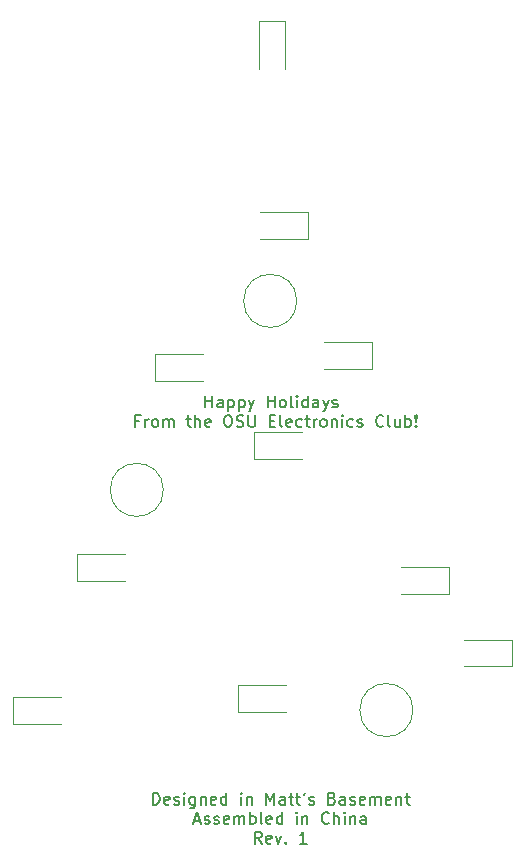
<source format=gbr>
%TF.GenerationSoftware,KiCad,Pcbnew,(5.1.10)-1*%
%TF.CreationDate,2021-11-13T13:30:36-05:00*%
%TF.ProjectId,Electronics Club,456c6563-7472-46f6-9e69-637320436c75,rev?*%
%TF.SameCoordinates,Original*%
%TF.FileFunction,Legend,Top*%
%TF.FilePolarity,Positive*%
%FSLAX46Y46*%
G04 Gerber Fmt 4.6, Leading zero omitted, Abs format (unit mm)*
G04 Created by KiCad (PCBNEW (5.1.10)-1) date 2021-11-13 13:30:36*
%MOMM*%
%LPD*%
G01*
G04 APERTURE LIST*
%ADD10C,0.150000*%
%ADD11C,0.120000*%
G04 APERTURE END LIST*
D10*
X171867276Y-121992380D02*
X171867276Y-120992380D01*
X172105371Y-120992380D01*
X172248228Y-121040000D01*
X172343466Y-121135238D01*
X172391085Y-121230476D01*
X172438704Y-121420952D01*
X172438704Y-121563809D01*
X172391085Y-121754285D01*
X172343466Y-121849523D01*
X172248228Y-121944761D01*
X172105371Y-121992380D01*
X171867276Y-121992380D01*
X173248228Y-121944761D02*
X173152990Y-121992380D01*
X172962514Y-121992380D01*
X172867276Y-121944761D01*
X172819657Y-121849523D01*
X172819657Y-121468571D01*
X172867276Y-121373333D01*
X172962514Y-121325714D01*
X173152990Y-121325714D01*
X173248228Y-121373333D01*
X173295847Y-121468571D01*
X173295847Y-121563809D01*
X172819657Y-121659047D01*
X173676800Y-121944761D02*
X173772038Y-121992380D01*
X173962514Y-121992380D01*
X174057752Y-121944761D01*
X174105371Y-121849523D01*
X174105371Y-121801904D01*
X174057752Y-121706666D01*
X173962514Y-121659047D01*
X173819657Y-121659047D01*
X173724419Y-121611428D01*
X173676800Y-121516190D01*
X173676800Y-121468571D01*
X173724419Y-121373333D01*
X173819657Y-121325714D01*
X173962514Y-121325714D01*
X174057752Y-121373333D01*
X174533942Y-121992380D02*
X174533942Y-121325714D01*
X174533942Y-120992380D02*
X174486323Y-121040000D01*
X174533942Y-121087619D01*
X174581561Y-121040000D01*
X174533942Y-120992380D01*
X174533942Y-121087619D01*
X175438704Y-121325714D02*
X175438704Y-122135238D01*
X175391085Y-122230476D01*
X175343466Y-122278095D01*
X175248228Y-122325714D01*
X175105371Y-122325714D01*
X175010133Y-122278095D01*
X175438704Y-121944761D02*
X175343466Y-121992380D01*
X175152990Y-121992380D01*
X175057752Y-121944761D01*
X175010133Y-121897142D01*
X174962514Y-121801904D01*
X174962514Y-121516190D01*
X175010133Y-121420952D01*
X175057752Y-121373333D01*
X175152990Y-121325714D01*
X175343466Y-121325714D01*
X175438704Y-121373333D01*
X175914895Y-121325714D02*
X175914895Y-121992380D01*
X175914895Y-121420952D02*
X175962514Y-121373333D01*
X176057752Y-121325714D01*
X176200609Y-121325714D01*
X176295847Y-121373333D01*
X176343466Y-121468571D01*
X176343466Y-121992380D01*
X177200609Y-121944761D02*
X177105371Y-121992380D01*
X176914895Y-121992380D01*
X176819657Y-121944761D01*
X176772038Y-121849523D01*
X176772038Y-121468571D01*
X176819657Y-121373333D01*
X176914895Y-121325714D01*
X177105371Y-121325714D01*
X177200609Y-121373333D01*
X177248228Y-121468571D01*
X177248228Y-121563809D01*
X176772038Y-121659047D01*
X178105371Y-121992380D02*
X178105371Y-120992380D01*
X178105371Y-121944761D02*
X178010133Y-121992380D01*
X177819657Y-121992380D01*
X177724419Y-121944761D01*
X177676800Y-121897142D01*
X177629180Y-121801904D01*
X177629180Y-121516190D01*
X177676800Y-121420952D01*
X177724419Y-121373333D01*
X177819657Y-121325714D01*
X178010133Y-121325714D01*
X178105371Y-121373333D01*
X179343466Y-121992380D02*
X179343466Y-121325714D01*
X179343466Y-120992380D02*
X179295847Y-121040000D01*
X179343466Y-121087619D01*
X179391085Y-121040000D01*
X179343466Y-120992380D01*
X179343466Y-121087619D01*
X179819657Y-121325714D02*
X179819657Y-121992380D01*
X179819657Y-121420952D02*
X179867276Y-121373333D01*
X179962514Y-121325714D01*
X180105371Y-121325714D01*
X180200609Y-121373333D01*
X180248228Y-121468571D01*
X180248228Y-121992380D01*
X181486323Y-121992380D02*
X181486323Y-120992380D01*
X181819657Y-121706666D01*
X182152990Y-120992380D01*
X182152990Y-121992380D01*
X183057752Y-121992380D02*
X183057752Y-121468571D01*
X183010133Y-121373333D01*
X182914895Y-121325714D01*
X182724419Y-121325714D01*
X182629180Y-121373333D01*
X183057752Y-121944761D02*
X182962514Y-121992380D01*
X182724419Y-121992380D01*
X182629180Y-121944761D01*
X182581561Y-121849523D01*
X182581561Y-121754285D01*
X182629180Y-121659047D01*
X182724419Y-121611428D01*
X182962514Y-121611428D01*
X183057752Y-121563809D01*
X183391085Y-121325714D02*
X183772038Y-121325714D01*
X183533942Y-120992380D02*
X183533942Y-121849523D01*
X183581561Y-121944761D01*
X183676800Y-121992380D01*
X183772038Y-121992380D01*
X183962514Y-121325714D02*
X184343466Y-121325714D01*
X184105371Y-120992380D02*
X184105371Y-121849523D01*
X184152990Y-121944761D01*
X184248228Y-121992380D01*
X184343466Y-121992380D01*
X184724419Y-120992380D02*
X184629180Y-121182857D01*
X185105371Y-121944761D02*
X185200609Y-121992380D01*
X185391085Y-121992380D01*
X185486323Y-121944761D01*
X185533942Y-121849523D01*
X185533942Y-121801904D01*
X185486323Y-121706666D01*
X185391085Y-121659047D01*
X185248228Y-121659047D01*
X185152990Y-121611428D01*
X185105371Y-121516190D01*
X185105371Y-121468571D01*
X185152990Y-121373333D01*
X185248228Y-121325714D01*
X185391085Y-121325714D01*
X185486323Y-121373333D01*
X187057752Y-121468571D02*
X187200609Y-121516190D01*
X187248228Y-121563809D01*
X187295847Y-121659047D01*
X187295847Y-121801904D01*
X187248228Y-121897142D01*
X187200609Y-121944761D01*
X187105371Y-121992380D01*
X186724419Y-121992380D01*
X186724419Y-120992380D01*
X187057752Y-120992380D01*
X187152990Y-121040000D01*
X187200609Y-121087619D01*
X187248228Y-121182857D01*
X187248228Y-121278095D01*
X187200609Y-121373333D01*
X187152990Y-121420952D01*
X187057752Y-121468571D01*
X186724419Y-121468571D01*
X188152990Y-121992380D02*
X188152990Y-121468571D01*
X188105371Y-121373333D01*
X188010133Y-121325714D01*
X187819657Y-121325714D01*
X187724419Y-121373333D01*
X188152990Y-121944761D02*
X188057752Y-121992380D01*
X187819657Y-121992380D01*
X187724419Y-121944761D01*
X187676800Y-121849523D01*
X187676800Y-121754285D01*
X187724419Y-121659047D01*
X187819657Y-121611428D01*
X188057752Y-121611428D01*
X188152990Y-121563809D01*
X188581561Y-121944761D02*
X188676800Y-121992380D01*
X188867276Y-121992380D01*
X188962514Y-121944761D01*
X189010133Y-121849523D01*
X189010133Y-121801904D01*
X188962514Y-121706666D01*
X188867276Y-121659047D01*
X188724419Y-121659047D01*
X188629180Y-121611428D01*
X188581561Y-121516190D01*
X188581561Y-121468571D01*
X188629180Y-121373333D01*
X188724419Y-121325714D01*
X188867276Y-121325714D01*
X188962514Y-121373333D01*
X189819657Y-121944761D02*
X189724419Y-121992380D01*
X189533942Y-121992380D01*
X189438704Y-121944761D01*
X189391085Y-121849523D01*
X189391085Y-121468571D01*
X189438704Y-121373333D01*
X189533942Y-121325714D01*
X189724419Y-121325714D01*
X189819657Y-121373333D01*
X189867276Y-121468571D01*
X189867276Y-121563809D01*
X189391085Y-121659047D01*
X190295847Y-121992380D02*
X190295847Y-121325714D01*
X190295847Y-121420952D02*
X190343466Y-121373333D01*
X190438704Y-121325714D01*
X190581561Y-121325714D01*
X190676800Y-121373333D01*
X190724419Y-121468571D01*
X190724419Y-121992380D01*
X190724419Y-121468571D02*
X190772038Y-121373333D01*
X190867276Y-121325714D01*
X191010133Y-121325714D01*
X191105371Y-121373333D01*
X191152990Y-121468571D01*
X191152990Y-121992380D01*
X192010133Y-121944761D02*
X191914895Y-121992380D01*
X191724419Y-121992380D01*
X191629180Y-121944761D01*
X191581561Y-121849523D01*
X191581561Y-121468571D01*
X191629180Y-121373333D01*
X191724419Y-121325714D01*
X191914895Y-121325714D01*
X192010133Y-121373333D01*
X192057752Y-121468571D01*
X192057752Y-121563809D01*
X191581561Y-121659047D01*
X192486323Y-121325714D02*
X192486323Y-121992380D01*
X192486323Y-121420952D02*
X192533942Y-121373333D01*
X192629180Y-121325714D01*
X192772038Y-121325714D01*
X192867276Y-121373333D01*
X192914895Y-121468571D01*
X192914895Y-121992380D01*
X193248228Y-121325714D02*
X193629180Y-121325714D01*
X193391085Y-120992380D02*
X193391085Y-121849523D01*
X193438704Y-121944761D01*
X193533942Y-121992380D01*
X193629180Y-121992380D01*
X175391085Y-123356666D02*
X175867276Y-123356666D01*
X175295847Y-123642380D02*
X175629180Y-122642380D01*
X175962514Y-123642380D01*
X176248228Y-123594761D02*
X176343466Y-123642380D01*
X176533942Y-123642380D01*
X176629180Y-123594761D01*
X176676800Y-123499523D01*
X176676800Y-123451904D01*
X176629180Y-123356666D01*
X176533942Y-123309047D01*
X176391085Y-123309047D01*
X176295847Y-123261428D01*
X176248228Y-123166190D01*
X176248228Y-123118571D01*
X176295847Y-123023333D01*
X176391085Y-122975714D01*
X176533942Y-122975714D01*
X176629180Y-123023333D01*
X177057752Y-123594761D02*
X177152990Y-123642380D01*
X177343466Y-123642380D01*
X177438704Y-123594761D01*
X177486323Y-123499523D01*
X177486323Y-123451904D01*
X177438704Y-123356666D01*
X177343466Y-123309047D01*
X177200609Y-123309047D01*
X177105371Y-123261428D01*
X177057752Y-123166190D01*
X177057752Y-123118571D01*
X177105371Y-123023333D01*
X177200609Y-122975714D01*
X177343466Y-122975714D01*
X177438704Y-123023333D01*
X178295847Y-123594761D02*
X178200609Y-123642380D01*
X178010133Y-123642380D01*
X177914895Y-123594761D01*
X177867276Y-123499523D01*
X177867276Y-123118571D01*
X177914895Y-123023333D01*
X178010133Y-122975714D01*
X178200609Y-122975714D01*
X178295847Y-123023333D01*
X178343466Y-123118571D01*
X178343466Y-123213809D01*
X177867276Y-123309047D01*
X178772038Y-123642380D02*
X178772038Y-122975714D01*
X178772038Y-123070952D02*
X178819657Y-123023333D01*
X178914895Y-122975714D01*
X179057752Y-122975714D01*
X179152990Y-123023333D01*
X179200609Y-123118571D01*
X179200609Y-123642380D01*
X179200609Y-123118571D02*
X179248228Y-123023333D01*
X179343466Y-122975714D01*
X179486323Y-122975714D01*
X179581561Y-123023333D01*
X179629180Y-123118571D01*
X179629180Y-123642380D01*
X180105371Y-123642380D02*
X180105371Y-122642380D01*
X180105371Y-123023333D02*
X180200609Y-122975714D01*
X180391085Y-122975714D01*
X180486323Y-123023333D01*
X180533942Y-123070952D01*
X180581561Y-123166190D01*
X180581561Y-123451904D01*
X180533942Y-123547142D01*
X180486323Y-123594761D01*
X180391085Y-123642380D01*
X180200609Y-123642380D01*
X180105371Y-123594761D01*
X181152990Y-123642380D02*
X181057752Y-123594761D01*
X181010133Y-123499523D01*
X181010133Y-122642380D01*
X181914895Y-123594761D02*
X181819657Y-123642380D01*
X181629180Y-123642380D01*
X181533942Y-123594761D01*
X181486323Y-123499523D01*
X181486323Y-123118571D01*
X181533942Y-123023333D01*
X181629180Y-122975714D01*
X181819657Y-122975714D01*
X181914895Y-123023333D01*
X181962514Y-123118571D01*
X181962514Y-123213809D01*
X181486323Y-123309047D01*
X182819657Y-123642380D02*
X182819657Y-122642380D01*
X182819657Y-123594761D02*
X182724419Y-123642380D01*
X182533942Y-123642380D01*
X182438704Y-123594761D01*
X182391085Y-123547142D01*
X182343466Y-123451904D01*
X182343466Y-123166190D01*
X182391085Y-123070952D01*
X182438704Y-123023333D01*
X182533942Y-122975714D01*
X182724419Y-122975714D01*
X182819657Y-123023333D01*
X184057752Y-123642380D02*
X184057752Y-122975714D01*
X184057752Y-122642380D02*
X184010133Y-122690000D01*
X184057752Y-122737619D01*
X184105371Y-122690000D01*
X184057752Y-122642380D01*
X184057752Y-122737619D01*
X184533942Y-122975714D02*
X184533942Y-123642380D01*
X184533942Y-123070952D02*
X184581561Y-123023333D01*
X184676800Y-122975714D01*
X184819657Y-122975714D01*
X184914895Y-123023333D01*
X184962514Y-123118571D01*
X184962514Y-123642380D01*
X186772038Y-123547142D02*
X186724419Y-123594761D01*
X186581561Y-123642380D01*
X186486323Y-123642380D01*
X186343466Y-123594761D01*
X186248228Y-123499523D01*
X186200609Y-123404285D01*
X186152990Y-123213809D01*
X186152990Y-123070952D01*
X186200609Y-122880476D01*
X186248228Y-122785238D01*
X186343466Y-122690000D01*
X186486323Y-122642380D01*
X186581561Y-122642380D01*
X186724419Y-122690000D01*
X186772038Y-122737619D01*
X187200609Y-123642380D02*
X187200609Y-122642380D01*
X187629180Y-123642380D02*
X187629180Y-123118571D01*
X187581561Y-123023333D01*
X187486323Y-122975714D01*
X187343466Y-122975714D01*
X187248228Y-123023333D01*
X187200609Y-123070952D01*
X188105371Y-123642380D02*
X188105371Y-122975714D01*
X188105371Y-122642380D02*
X188057752Y-122690000D01*
X188105371Y-122737619D01*
X188152990Y-122690000D01*
X188105371Y-122642380D01*
X188105371Y-122737619D01*
X188581561Y-122975714D02*
X188581561Y-123642380D01*
X188581561Y-123070952D02*
X188629180Y-123023333D01*
X188724419Y-122975714D01*
X188867276Y-122975714D01*
X188962514Y-123023333D01*
X189010133Y-123118571D01*
X189010133Y-123642380D01*
X189914895Y-123642380D02*
X189914895Y-123118571D01*
X189867276Y-123023333D01*
X189772038Y-122975714D01*
X189581561Y-122975714D01*
X189486323Y-123023333D01*
X189914895Y-123594761D02*
X189819657Y-123642380D01*
X189581561Y-123642380D01*
X189486323Y-123594761D01*
X189438704Y-123499523D01*
X189438704Y-123404285D01*
X189486323Y-123309047D01*
X189581561Y-123261428D01*
X189819657Y-123261428D01*
X189914895Y-123213809D01*
X181081561Y-125292380D02*
X180748228Y-124816190D01*
X180510133Y-125292380D02*
X180510133Y-124292380D01*
X180891085Y-124292380D01*
X180986323Y-124340000D01*
X181033942Y-124387619D01*
X181081561Y-124482857D01*
X181081561Y-124625714D01*
X181033942Y-124720952D01*
X180986323Y-124768571D01*
X180891085Y-124816190D01*
X180510133Y-124816190D01*
X181891085Y-125244761D02*
X181795847Y-125292380D01*
X181605371Y-125292380D01*
X181510133Y-125244761D01*
X181462514Y-125149523D01*
X181462514Y-124768571D01*
X181510133Y-124673333D01*
X181605371Y-124625714D01*
X181795847Y-124625714D01*
X181891085Y-124673333D01*
X181938704Y-124768571D01*
X181938704Y-124863809D01*
X181462514Y-124959047D01*
X182272038Y-124625714D02*
X182510133Y-125292380D01*
X182748228Y-124625714D01*
X183129180Y-125197142D02*
X183176800Y-125244761D01*
X183129180Y-125292380D01*
X183081561Y-125244761D01*
X183129180Y-125197142D01*
X183129180Y-125292380D01*
X184891085Y-125292380D02*
X184319657Y-125292380D01*
X184605371Y-125292380D02*
X184605371Y-124292380D01*
X184510133Y-124435238D01*
X184414895Y-124530476D01*
X184319657Y-124578095D01*
X176318019Y-88374980D02*
X176318019Y-87374980D01*
X176318019Y-87851171D02*
X176889447Y-87851171D01*
X176889447Y-88374980D02*
X176889447Y-87374980D01*
X177794209Y-88374980D02*
X177794209Y-87851171D01*
X177746590Y-87755933D01*
X177651352Y-87708314D01*
X177460876Y-87708314D01*
X177365638Y-87755933D01*
X177794209Y-88327361D02*
X177698971Y-88374980D01*
X177460876Y-88374980D01*
X177365638Y-88327361D01*
X177318019Y-88232123D01*
X177318019Y-88136885D01*
X177365638Y-88041647D01*
X177460876Y-87994028D01*
X177698971Y-87994028D01*
X177794209Y-87946409D01*
X178270400Y-87708314D02*
X178270400Y-88708314D01*
X178270400Y-87755933D02*
X178365638Y-87708314D01*
X178556114Y-87708314D01*
X178651352Y-87755933D01*
X178698971Y-87803552D01*
X178746590Y-87898790D01*
X178746590Y-88184504D01*
X178698971Y-88279742D01*
X178651352Y-88327361D01*
X178556114Y-88374980D01*
X178365638Y-88374980D01*
X178270400Y-88327361D01*
X179175161Y-87708314D02*
X179175161Y-88708314D01*
X179175161Y-87755933D02*
X179270400Y-87708314D01*
X179460876Y-87708314D01*
X179556114Y-87755933D01*
X179603733Y-87803552D01*
X179651352Y-87898790D01*
X179651352Y-88184504D01*
X179603733Y-88279742D01*
X179556114Y-88327361D01*
X179460876Y-88374980D01*
X179270400Y-88374980D01*
X179175161Y-88327361D01*
X179984685Y-87708314D02*
X180222780Y-88374980D01*
X180460876Y-87708314D02*
X180222780Y-88374980D01*
X180127542Y-88613076D01*
X180079923Y-88660695D01*
X179984685Y-88708314D01*
X181603733Y-88374980D02*
X181603733Y-87374980D01*
X181603733Y-87851171D02*
X182175161Y-87851171D01*
X182175161Y-88374980D02*
X182175161Y-87374980D01*
X182794209Y-88374980D02*
X182698971Y-88327361D01*
X182651352Y-88279742D01*
X182603733Y-88184504D01*
X182603733Y-87898790D01*
X182651352Y-87803552D01*
X182698971Y-87755933D01*
X182794209Y-87708314D01*
X182937066Y-87708314D01*
X183032304Y-87755933D01*
X183079923Y-87803552D01*
X183127542Y-87898790D01*
X183127542Y-88184504D01*
X183079923Y-88279742D01*
X183032304Y-88327361D01*
X182937066Y-88374980D01*
X182794209Y-88374980D01*
X183698971Y-88374980D02*
X183603733Y-88327361D01*
X183556114Y-88232123D01*
X183556114Y-87374980D01*
X184079923Y-88374980D02*
X184079923Y-87708314D01*
X184079923Y-87374980D02*
X184032304Y-87422600D01*
X184079923Y-87470219D01*
X184127542Y-87422600D01*
X184079923Y-87374980D01*
X184079923Y-87470219D01*
X184984685Y-88374980D02*
X184984685Y-87374980D01*
X184984685Y-88327361D02*
X184889447Y-88374980D01*
X184698971Y-88374980D01*
X184603733Y-88327361D01*
X184556114Y-88279742D01*
X184508495Y-88184504D01*
X184508495Y-87898790D01*
X184556114Y-87803552D01*
X184603733Y-87755933D01*
X184698971Y-87708314D01*
X184889447Y-87708314D01*
X184984685Y-87755933D01*
X185889447Y-88374980D02*
X185889447Y-87851171D01*
X185841828Y-87755933D01*
X185746590Y-87708314D01*
X185556114Y-87708314D01*
X185460876Y-87755933D01*
X185889447Y-88327361D02*
X185794209Y-88374980D01*
X185556114Y-88374980D01*
X185460876Y-88327361D01*
X185413257Y-88232123D01*
X185413257Y-88136885D01*
X185460876Y-88041647D01*
X185556114Y-87994028D01*
X185794209Y-87994028D01*
X185889447Y-87946409D01*
X186270400Y-87708314D02*
X186508495Y-88374980D01*
X186746590Y-87708314D02*
X186508495Y-88374980D01*
X186413257Y-88613076D01*
X186365638Y-88660695D01*
X186270400Y-88708314D01*
X187079923Y-88327361D02*
X187175161Y-88374980D01*
X187365638Y-88374980D01*
X187460876Y-88327361D01*
X187508495Y-88232123D01*
X187508495Y-88184504D01*
X187460876Y-88089266D01*
X187365638Y-88041647D01*
X187222780Y-88041647D01*
X187127542Y-87994028D01*
X187079923Y-87898790D01*
X187079923Y-87851171D01*
X187127542Y-87755933D01*
X187222780Y-87708314D01*
X187365638Y-87708314D01*
X187460876Y-87755933D01*
X170722780Y-89501171D02*
X170389447Y-89501171D01*
X170389447Y-90024980D02*
X170389447Y-89024980D01*
X170865638Y-89024980D01*
X171246590Y-90024980D02*
X171246590Y-89358314D01*
X171246590Y-89548790D02*
X171294209Y-89453552D01*
X171341828Y-89405933D01*
X171437066Y-89358314D01*
X171532304Y-89358314D01*
X172008495Y-90024980D02*
X171913257Y-89977361D01*
X171865638Y-89929742D01*
X171818019Y-89834504D01*
X171818019Y-89548790D01*
X171865638Y-89453552D01*
X171913257Y-89405933D01*
X172008495Y-89358314D01*
X172151352Y-89358314D01*
X172246590Y-89405933D01*
X172294209Y-89453552D01*
X172341828Y-89548790D01*
X172341828Y-89834504D01*
X172294209Y-89929742D01*
X172246590Y-89977361D01*
X172151352Y-90024980D01*
X172008495Y-90024980D01*
X172770400Y-90024980D02*
X172770400Y-89358314D01*
X172770400Y-89453552D02*
X172818019Y-89405933D01*
X172913257Y-89358314D01*
X173056114Y-89358314D01*
X173151352Y-89405933D01*
X173198971Y-89501171D01*
X173198971Y-90024980D01*
X173198971Y-89501171D02*
X173246590Y-89405933D01*
X173341828Y-89358314D01*
X173484685Y-89358314D01*
X173579923Y-89405933D01*
X173627542Y-89501171D01*
X173627542Y-90024980D01*
X174722780Y-89358314D02*
X175103733Y-89358314D01*
X174865638Y-89024980D02*
X174865638Y-89882123D01*
X174913257Y-89977361D01*
X175008495Y-90024980D01*
X175103733Y-90024980D01*
X175437066Y-90024980D02*
X175437066Y-89024980D01*
X175865638Y-90024980D02*
X175865638Y-89501171D01*
X175818019Y-89405933D01*
X175722780Y-89358314D01*
X175579923Y-89358314D01*
X175484685Y-89405933D01*
X175437066Y-89453552D01*
X176722780Y-89977361D02*
X176627542Y-90024980D01*
X176437066Y-90024980D01*
X176341828Y-89977361D01*
X176294209Y-89882123D01*
X176294209Y-89501171D01*
X176341828Y-89405933D01*
X176437066Y-89358314D01*
X176627542Y-89358314D01*
X176722780Y-89405933D01*
X176770400Y-89501171D01*
X176770400Y-89596409D01*
X176294209Y-89691647D01*
X178151352Y-89024980D02*
X178341828Y-89024980D01*
X178437066Y-89072600D01*
X178532304Y-89167838D01*
X178579923Y-89358314D01*
X178579923Y-89691647D01*
X178532304Y-89882123D01*
X178437066Y-89977361D01*
X178341828Y-90024980D01*
X178151352Y-90024980D01*
X178056114Y-89977361D01*
X177960876Y-89882123D01*
X177913257Y-89691647D01*
X177913257Y-89358314D01*
X177960876Y-89167838D01*
X178056114Y-89072600D01*
X178151352Y-89024980D01*
X178960876Y-89977361D02*
X179103733Y-90024980D01*
X179341828Y-90024980D01*
X179437066Y-89977361D01*
X179484685Y-89929742D01*
X179532304Y-89834504D01*
X179532304Y-89739266D01*
X179484685Y-89644028D01*
X179437066Y-89596409D01*
X179341828Y-89548790D01*
X179151352Y-89501171D01*
X179056114Y-89453552D01*
X179008495Y-89405933D01*
X178960876Y-89310695D01*
X178960876Y-89215457D01*
X179008495Y-89120219D01*
X179056114Y-89072600D01*
X179151352Y-89024980D01*
X179389447Y-89024980D01*
X179532304Y-89072600D01*
X179960876Y-89024980D02*
X179960876Y-89834504D01*
X180008495Y-89929742D01*
X180056114Y-89977361D01*
X180151352Y-90024980D01*
X180341828Y-90024980D01*
X180437066Y-89977361D01*
X180484685Y-89929742D01*
X180532304Y-89834504D01*
X180532304Y-89024980D01*
X181770400Y-89501171D02*
X182103733Y-89501171D01*
X182246590Y-90024980D02*
X181770400Y-90024980D01*
X181770400Y-89024980D01*
X182246590Y-89024980D01*
X182818019Y-90024980D02*
X182722780Y-89977361D01*
X182675161Y-89882123D01*
X182675161Y-89024980D01*
X183579923Y-89977361D02*
X183484685Y-90024980D01*
X183294209Y-90024980D01*
X183198971Y-89977361D01*
X183151352Y-89882123D01*
X183151352Y-89501171D01*
X183198971Y-89405933D01*
X183294209Y-89358314D01*
X183484685Y-89358314D01*
X183579923Y-89405933D01*
X183627542Y-89501171D01*
X183627542Y-89596409D01*
X183151352Y-89691647D01*
X184484685Y-89977361D02*
X184389447Y-90024980D01*
X184198971Y-90024980D01*
X184103733Y-89977361D01*
X184056114Y-89929742D01*
X184008495Y-89834504D01*
X184008495Y-89548790D01*
X184056114Y-89453552D01*
X184103733Y-89405933D01*
X184198971Y-89358314D01*
X184389447Y-89358314D01*
X184484685Y-89405933D01*
X184770400Y-89358314D02*
X185151352Y-89358314D01*
X184913257Y-89024980D02*
X184913257Y-89882123D01*
X184960876Y-89977361D01*
X185056114Y-90024980D01*
X185151352Y-90024980D01*
X185484685Y-90024980D02*
X185484685Y-89358314D01*
X185484685Y-89548790D02*
X185532304Y-89453552D01*
X185579923Y-89405933D01*
X185675161Y-89358314D01*
X185770400Y-89358314D01*
X186246590Y-90024980D02*
X186151352Y-89977361D01*
X186103733Y-89929742D01*
X186056114Y-89834504D01*
X186056114Y-89548790D01*
X186103733Y-89453552D01*
X186151352Y-89405933D01*
X186246590Y-89358314D01*
X186389447Y-89358314D01*
X186484685Y-89405933D01*
X186532304Y-89453552D01*
X186579923Y-89548790D01*
X186579923Y-89834504D01*
X186532304Y-89929742D01*
X186484685Y-89977361D01*
X186389447Y-90024980D01*
X186246590Y-90024980D01*
X187008495Y-89358314D02*
X187008495Y-90024980D01*
X187008495Y-89453552D02*
X187056114Y-89405933D01*
X187151352Y-89358314D01*
X187294209Y-89358314D01*
X187389447Y-89405933D01*
X187437066Y-89501171D01*
X187437066Y-90024980D01*
X187913257Y-90024980D02*
X187913257Y-89358314D01*
X187913257Y-89024980D02*
X187865638Y-89072600D01*
X187913257Y-89120219D01*
X187960876Y-89072600D01*
X187913257Y-89024980D01*
X187913257Y-89120219D01*
X188818019Y-89977361D02*
X188722780Y-90024980D01*
X188532304Y-90024980D01*
X188437066Y-89977361D01*
X188389447Y-89929742D01*
X188341828Y-89834504D01*
X188341828Y-89548790D01*
X188389447Y-89453552D01*
X188437066Y-89405933D01*
X188532304Y-89358314D01*
X188722780Y-89358314D01*
X188818019Y-89405933D01*
X189198971Y-89977361D02*
X189294209Y-90024980D01*
X189484685Y-90024980D01*
X189579923Y-89977361D01*
X189627542Y-89882123D01*
X189627542Y-89834504D01*
X189579923Y-89739266D01*
X189484685Y-89691647D01*
X189341828Y-89691647D01*
X189246590Y-89644028D01*
X189198971Y-89548790D01*
X189198971Y-89501171D01*
X189246590Y-89405933D01*
X189341828Y-89358314D01*
X189484685Y-89358314D01*
X189579923Y-89405933D01*
X191389447Y-89929742D02*
X191341828Y-89977361D01*
X191198971Y-90024980D01*
X191103733Y-90024980D01*
X190960876Y-89977361D01*
X190865638Y-89882123D01*
X190818019Y-89786885D01*
X190770400Y-89596409D01*
X190770400Y-89453552D01*
X190818019Y-89263076D01*
X190865638Y-89167838D01*
X190960876Y-89072600D01*
X191103733Y-89024980D01*
X191198971Y-89024980D01*
X191341828Y-89072600D01*
X191389447Y-89120219D01*
X191960876Y-90024980D02*
X191865638Y-89977361D01*
X191818019Y-89882123D01*
X191818019Y-89024980D01*
X192770400Y-89358314D02*
X192770400Y-90024980D01*
X192341828Y-89358314D02*
X192341828Y-89882123D01*
X192389447Y-89977361D01*
X192484685Y-90024980D01*
X192627542Y-90024980D01*
X192722780Y-89977361D01*
X192770400Y-89929742D01*
X193246590Y-90024980D02*
X193246590Y-89024980D01*
X193246590Y-89405933D02*
X193341828Y-89358314D01*
X193532304Y-89358314D01*
X193627542Y-89405933D01*
X193675161Y-89453552D01*
X193722780Y-89548790D01*
X193722780Y-89834504D01*
X193675161Y-89929742D01*
X193627542Y-89977361D01*
X193532304Y-90024980D01*
X193341828Y-90024980D01*
X193246590Y-89977361D01*
X194151352Y-89929742D02*
X194198971Y-89977361D01*
X194151352Y-90024980D01*
X194103733Y-89977361D01*
X194151352Y-89929742D01*
X194151352Y-90024980D01*
X194151352Y-89644028D02*
X194103733Y-89072600D01*
X194151352Y-89024980D01*
X194198971Y-89072600D01*
X194151352Y-89644028D01*
X194151352Y-89024980D01*
D11*
%TO.C,D1*%
X183100600Y-59700900D02*
X183100600Y-55640900D01*
X183100600Y-55640900D02*
X180830600Y-55640900D01*
X180830600Y-55640900D02*
X180830600Y-59700900D01*
%TO.C,D2*%
X160052500Y-115135000D02*
X164112500Y-115135000D01*
X160052500Y-112865000D02*
X160052500Y-115135000D01*
X164112500Y-112865000D02*
X160052500Y-112865000D01*
%TO.C,D3*%
X176112500Y-83865000D02*
X172052500Y-83865000D01*
X172052500Y-83865000D02*
X172052500Y-86135000D01*
X172052500Y-86135000D02*
X176112500Y-86135000D01*
%TO.C,D4*%
X196972500Y-101865000D02*
X192912500Y-101865000D01*
X196972500Y-104135000D02*
X196972500Y-101865000D01*
X192912500Y-104135000D02*
X196972500Y-104135000D01*
%TO.C,D5*%
X184500100Y-90442600D02*
X180440100Y-90442600D01*
X180440100Y-90442600D02*
X180440100Y-92712600D01*
X180440100Y-92712600D02*
X184500100Y-92712600D01*
%TO.C,D6*%
X202307200Y-108034200D02*
X198247200Y-108034200D01*
X202307200Y-110304200D02*
X202307200Y-108034200D01*
X198247200Y-110304200D02*
X202307200Y-110304200D01*
%TO.C,D7*%
X169479700Y-100769800D02*
X165419700Y-100769800D01*
X165419700Y-100769800D02*
X165419700Y-103039800D01*
X165419700Y-103039800D02*
X169479700Y-103039800D01*
%TO.C,D8*%
X184972500Y-71865000D02*
X180912500Y-71865000D01*
X184972500Y-74135000D02*
X184972500Y-71865000D01*
X180912500Y-74135000D02*
X184972500Y-74135000D01*
%TO.C,D9*%
X186400000Y-85135000D02*
X190460000Y-85135000D01*
X190460000Y-85135000D02*
X190460000Y-82865000D01*
X190460000Y-82865000D02*
X186400000Y-82865000D01*
%TO.C,D10*%
X179052500Y-114135000D02*
X183112500Y-114135000D01*
X179052500Y-111865000D02*
X179052500Y-114135000D01*
X183112500Y-111865000D02*
X179052500Y-111865000D01*
%TO.C,TP1*%
X184063200Y-79349600D02*
G75*
G03*
X184063200Y-79349600I-2250000J0D01*
G01*
%TO.C,TP2*%
X172760200Y-95351600D02*
G75*
G03*
X172760200Y-95351600I-2250000J0D01*
G01*
%TO.C,TP3*%
X193893000Y-113995200D02*
G75*
G03*
X193893000Y-113995200I-2250000J0D01*
G01*
%TD*%
M02*

</source>
